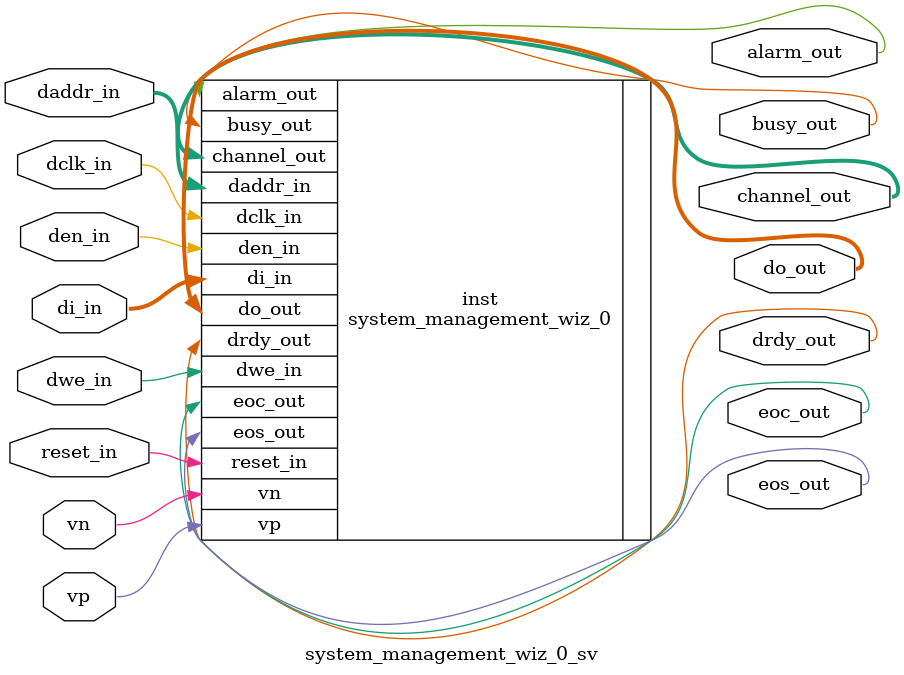
<source format=sv>


`timescale 1ps / 1ps

`include "vivado_interfaces.svh"

module system_management_wiz_0_sv (
  (* X_INTERFACE_IGNORE = "true" *)
  input wire [15:0] di_in,
  (* X_INTERFACE_IGNORE = "true" *)
  input wire [7:0] daddr_in,
  (* X_INTERFACE_IGNORE = "true" *)
  input wire den_in,
  (* X_INTERFACE_IGNORE = "true" *)
  input wire dwe_in,
  (* X_INTERFACE_IGNORE = "true" *)
  output wire drdy_out,
  (* X_INTERFACE_IGNORE = "true" *)
  output wire [15:0] do_out,
  (* X_INTERFACE_IGNORE = "true" *)
  input wire dclk_in,
  (* X_INTERFACE_IGNORE = "true" *)
  input wire reset_in,
  (* X_INTERFACE_IGNORE = "true" *)
  input wire vp,
  (* X_INTERFACE_IGNORE = "true" *)
  input wire vn,
  (* X_INTERFACE_IGNORE = "true" *)
  output wire [5:0] channel_out,
  (* X_INTERFACE_IGNORE = "true" *)
  output wire eoc_out,
  (* X_INTERFACE_IGNORE = "true" *)
  output wire alarm_out,
  (* X_INTERFACE_IGNORE = "true" *)
  output wire eos_out,
  (* X_INTERFACE_IGNORE = "true" *)
  output wire busy_out
);

  system_management_wiz_0 inst (
    .di_in(di_in),
    .daddr_in(daddr_in),
    .den_in(den_in),
    .dwe_in(dwe_in),
    .drdy_out(drdy_out),
    .do_out(do_out),
    .dclk_in(dclk_in),
    .reset_in(reset_in),
    .vp(vp),
    .vn(vn),
    .channel_out(channel_out),
    .eoc_out(eoc_out),
    .alarm_out(alarm_out),
    .eos_out(eos_out),
    .busy_out(busy_out)
  );

endmodule

</source>
